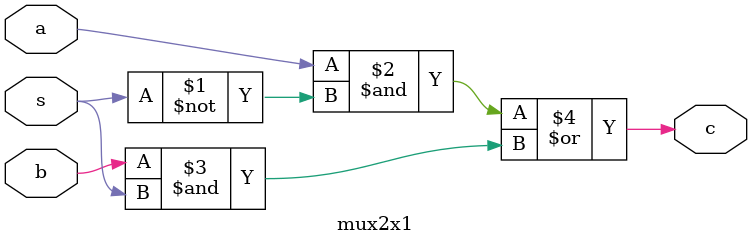
<source format=v>
module mux2x1 (
    input a,
    input b,
    input s,
    output c
);  
    assign c=(a&~s)|(b&s);
    
endmodule
</source>
